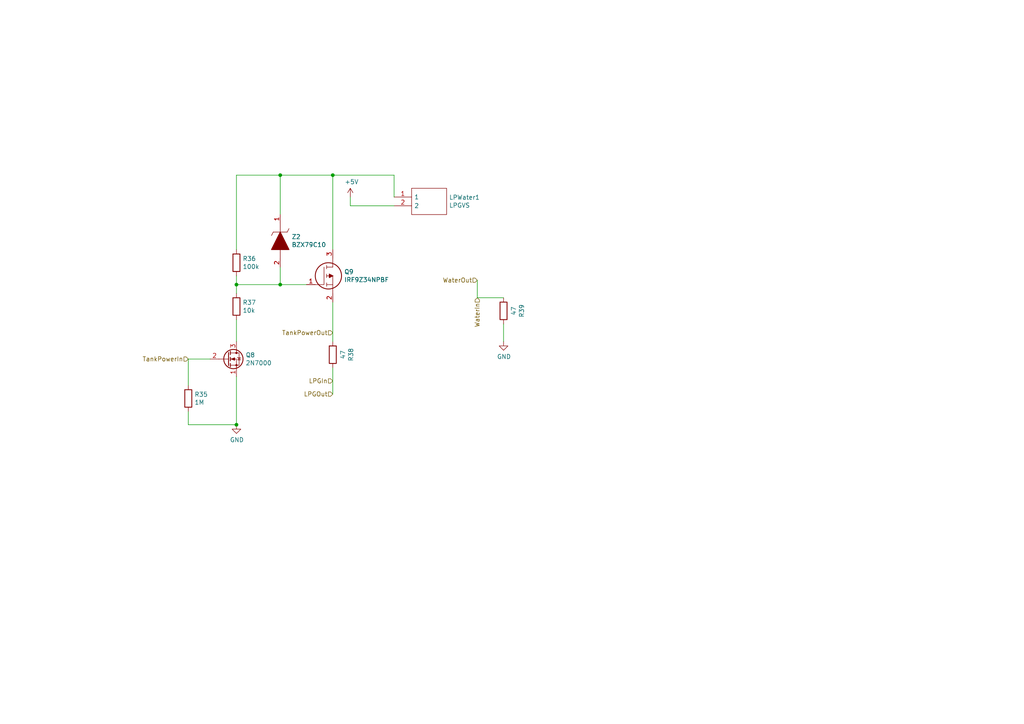
<source format=kicad_sch>
(kicad_sch (version 20231120) (generator "eeschema") (generator_version "8.0")
  (paper "A4")
  (lib_symbols
    (symbol "Device:R" (pin_numbers hide) (pin_names (offset 0))
      (property "Reference" "R" (at 2.032 0 90))
      (property "Value" "R" (at 0 0 90))
      (symbol "R_0_1"
        (rectangle (start -1.016 -2.54) (end 1.016 2.54) (stroke (width 0.254)))
      )
      (symbol "R_1_1"
        (pin passive line (at 0 3.81 270) (length 1.27) (name "~") (number "1"))
        (pin passive line (at 0 -3.81 90) (length 1.27) (name "~") (number "2"))
      )
    )
    (symbol "SamacSys_Parts:BK_HTC-15M" (pin_names (offset 0.762))
      (property "Reference" "U" (at 16.51 7.62 0))
      (property "Value" "SamacSys_Parts_BK_HTC-15M" (at 16.51 5.08 0))
      (symbol "BK_HTC-15M_0_0"
        (pin passive line (at 0 0 0) (length 5.08) (name "1") (number "1"))
        (pin passive line (at 0 -2.54 0) (length 5.08) (name "2") (number "2"))
      )
      (symbol "BK_HTC-15M_0_1"
        (polyline (pts (xy 5.08 2.54) (xy 15.24 2.54) (xy 15.24 -5.08) (xy 5.08 -5.08) (xy 5.08 2.54)) (stroke (width 0.1524)))
      )
    )
    (symbol "SamacSys_Parts:BZX79C10" (pin_names (offset 0.762))
      (property "Reference" "Z" (at 10.16 8.89 0))
      (property "Value" "SamacSys_Parts_BZX79C10" (at 10.16 6.35 0))
      (symbol "BZX79C10_0_0"
        (pin passive line (at 0 0 0) (length 2.54) (name "~") (number "1"))
        (pin passive line (at 15.24 0 180) (length 2.54) (name "~") (number "2"))
      )
      (symbol "BZX79C10_0_1"
        (polyline (pts (xy 2.54 0) (xy 5.08 0)) (stroke (width 0.1524)))
        (polyline (pts (xy 4.064 -2.54) (xy 5.08 -2.032)) (stroke (width 0.1524)))
        (polyline (pts (xy 5.08 2.032) (xy 5.08 -2.032)) (stroke (width 0.1524)))
        (polyline (pts (xy 5.08 2.032) (xy 6.096 2.54)) (stroke (width 0.1524)))
        (polyline (pts (xy 12.7 0) (xy 10.16 0)) (stroke (width 0.1524)))
        (polyline (pts (xy 5.08 0) (xy 10.16 2.54) (xy 10.16 -2.54) (xy 5.08 0)) (stroke (width 0.254)) (fill (type outline)))
      )
    )
    (symbol "SamacSys_Parts:IRF9Z34NPBF" (pin_names (offset 0.762))
      (property "Reference" "Q" (at 11.43 3.81 0))
      (property "Value" "SamacSys_Parts_IRF9Z34NPBF" (at 11.43 1.27 0))
      (symbol "IRF9Z34NPBF_0_0"
        (pin passive line (at 0 0 0) (length 2.54) (name "~") (number "1"))
        (pin passive line (at 7.62 -5.08 90) (length 2.54) (name "~") (number "2"))
        (pin passive line (at 7.62 10.16 270) (length 2.54) (name "~") (number "3"))
      )
      (symbol "IRF9Z34NPBF_0_1"
        (polyline (pts (xy 5.842 -0.508) (xy 5.842 0.508)) (stroke (width 0.1524)))
        (polyline (pts (xy 5.842 0) (xy 7.62 0)) (stroke (width 0.1524)))
        (polyline (pts (xy 5.842 2.032) (xy 5.842 3.048)) (stroke (width 0.1524)))
        (polyline (pts (xy 5.842 5.588) (xy 5.842 4.572)) (stroke (width 0.1524)))
        (polyline (pts (xy 7.62 2.54) (xy 5.842 2.54)) (stroke (width 0.1524)))
        (polyline (pts (xy 7.62 2.54) (xy 7.62 -2.54)) (stroke (width 0.1524)))
        (polyline (pts (xy 7.62 5.08) (xy 5.842 5.08)) (stroke (width 0.1524)))
        (polyline (pts (xy 7.62 5.08) (xy 7.62 7.62)) (stroke (width 0.1524)))
        (polyline (pts (xy 2.54 0) (xy 5.08 0) (xy 5.08 5.08)) (stroke (width 0.1524)))
        (polyline (pts (xy 7.62 2.54) (xy 6.604 3.048) (xy 6.604 2.032) (xy 7.62 2.54)) (stroke (width 0.254)) (fill (type outline)))
        (circle (center 6.35 2.54) (radius 3.81) (stroke (width 0.254)))
      )
    )
    (symbol "Transistor_FET:2N7000" (pin_names hide)
      (property "Reference" "Q" (at 5.08 1.905 0))
      (property "Value" "2N7000" (at 5.08 0 0))
      (symbol "2N7000_0_1"
        (polyline (pts (xy 0.254 0) (xy -2.54 0)))
        (polyline (pts (xy 0.254 1.905) (xy 0.254 -1.905)) (stroke (width 0.254)))
        (polyline (pts (xy 0.762 -1.27) (xy 0.762 -2.286)) (stroke (width 0.254)))
        (polyline (pts (xy 0.762 0.508) (xy 0.762 -0.508)) (stroke (width 0.254)))
        (polyline (pts (xy 0.762 2.286) (xy 0.762 1.27)) (stroke (width 0.254)))
        (polyline (pts (xy 2.54 2.54) (xy 2.54 1.778)))
        (polyline (pts (xy 2.54 -2.54) (xy 2.54 0) (xy 0.762 0)))
        (polyline (pts (xy 0.762 -1.778) (xy 3.302 -1.778) (xy 3.302 1.778) (xy 0.762 1.778)))
        (polyline (pts (xy 1.016 0) (xy 2.032 0.381) (xy 2.032 -0.381) (xy 1.016 0)) (fill (type outline)))
        (polyline (pts (xy 2.794 0.508) (xy 2.921 0.381) (xy 3.683 0.381) (xy 3.81 0.254)))
        (polyline (pts (xy 3.302 0.381) (xy 2.921 -0.254) (xy 3.683 -0.254) (xy 3.302 0.381)))
        (circle (center 1.651 0) (radius 2.794) (stroke (width 0.254)))
        (circle (center 2.54 -1.778) (radius 0.254) (fill (type outline)))
        (circle (center 2.54 1.778) (radius 0.254) (fill (type outline)))
      )
      (symbol "2N7000_1_1"
        (pin passive line (at 2.54 -5.08 90) (length 2.54) (name "S") (number "1"))
        (pin input line (at -5.08 0 0) (length 2.54) (name "G") (number "2"))
        (pin passive line (at 2.54 5.08 270) (length 2.54) (name "D") (number "3"))
      )
    )
    (symbol "power:+5V" (power) (pin_names (offset 0))
      (property "Value" "+5V" (at 0 3.556 0))
      (symbol "+5V_0_1"
        (polyline (pts (xy -0.762 1.27) (xy 0 2.54)))
        (polyline (pts (xy 0 0) (xy 0 2.54)))
        (polyline (pts (xy 0 2.54) (xy 0.762 1.27)))
      )
      (symbol "+5V_1_1"
        (pin power_in line (at 0 0 90) (length 0) hide (name "+5V") (number "1"))
      )
    )
    (symbol "power:GND" (power) (pin_names (offset 0))
      (property "Value" "GND" (at 0 -3.81 0))
      (symbol "GND_0_1"
        (polyline (pts (xy 0 0) (xy 0 -1.27) (xy 1.27 -1.27) (xy 0 -2.54) (xy -1.27 -1.27) (xy 0 -1.27)))
      )
      (symbol "GND_1_1"
        (pin power_in line (at 0 0 270) (length 0) hide (name "GND") (number "1"))
      )
    )
  )
  (junction (at 68.58 123.19))
  (junction (at 81.28 50.8))
  (junction (at 96.52 50.8))
  (junction (at 68.58 82.55))
  (junction (at 81.28 82.55))
  (wire (pts (xy 88.9 82.55) (xy 81.28 82.55)))
  (wire (pts (xy 138.43 81.28) (xy 138.43 86.36)))
  (wire (pts (xy 96.52 72.39) (xy 96.52 50.8)))
  (wire (pts (xy 68.58 109.22) (xy 68.58 123.19)))
  (wire (pts (xy 96.52 106.68) (xy 96.52 114.3)))
  (wire (pts (xy 54.61 119.38) (xy 54.61 123.19)))
  (wire (pts (xy 81.28 50.8) (xy 68.58 50.8)))
  (wire (pts (xy 96.52 50.8) (xy 81.28 50.8)))
  (wire (pts (xy 54.61 123.19) (xy 68.58 123.19)))
  (wire (pts (xy 101.6 57.15) (xy 101.6 59.69)))
  (wire (pts (xy 68.58 50.8) (xy 68.58 72.39)))
  (wire (pts (xy 81.28 82.55) (xy 68.58 82.55)))
  (wire (pts (xy 68.58 82.55) (xy 68.58 80.01)))
  (wire (pts (xy 96.52 87.63) (xy 96.52 99.06)))
  (wire (pts (xy 54.61 104.14) (xy 60.96 104.14)))
  (wire (pts (xy 114.3 50.8) (xy 114.3 57.15)))
  (wire (pts (xy 96.52 50.8) (xy 114.3 50.8)))
  (wire (pts (xy 146.05 93.98) (xy 146.05 99.06)))
  (wire (pts (xy 54.61 111.76) (xy 54.61 104.14)))
  (wire (pts (xy 68.58 85.09) (xy 68.58 82.55)))
  (wire (pts (xy 101.6 59.69) (xy 114.3 59.69)))
  (wire (pts (xy 81.28 62.23) (xy 81.28 50.8)))
  (wire (pts (xy 68.58 99.06) (xy 68.58 92.71)))
  (wire (pts (xy 81.28 77.47) (xy 81.28 82.55)))
  (wire (pts (xy 146.05 86.36) (xy 138.43 86.36)))
  (hierarchical_label "WaterIn" (shape input) (at 138.43 86.36 270))
  (hierarchical_label "TankPowerOut" (shape input) (at 96.52 96.52 180))
  (hierarchical_label "TankPowerIn" (shape input) (at 54.61 104.14 180))
  (hierarchical_label "WaterOut" (shape input) (at 138.43 81.28 180))
  (hierarchical_label "LPGOut" (shape input) (at 96.52 114.3 180))
  (hierarchical_label "LPGIn" (shape input) (at 96.52 110.49 180))
  (symbol (lib_id "power:+5V") (at 101.6 57.15 0) (unit 1)
    (property "Reference" "#PWR085" (effects (hide yes)))
    (property "Value" "+5V" (at 101.981 52.7558 0))
  )
  (symbol (lib_id "SamacSys_Parts:BK_HTC-15M") (at 114.3 57.15 0) (unit 1)
    (property "Reference" "LPWater1" (at 130.2512 57.2516 0) (effects (justify left)))
    (property "Value" "LPGVS" (at 130.2512 59.563 0) (effects (justify left)))
    (property "Footprint" "SamacSys_Parts:BK_HTC-15M" (effects (hide yes)))
    (property "Description" "Fuse Holder PCB FUSE BLOCK" (effects (hide yes)))
    (property "Mouser Part Number" "504-HTC-15M" (effects (hide yes)))
    (property "Mouser Price/Stock" "https://www.mouser.co.uk/ProductDetail/Bussmann-Eaton/BK-HTC-15M?qs=xYgILgh9YcIcij8kQUilpQ%3D%3D" (effects (hide yes)))
    (property "Manufacturer_Name" "Eaton" (effects (hide yes)))
    (property "Manufacturer_Part_Number" "BK/HTC-15M" (effects (hide yes)))
  )
  (symbol (lib_id "SamacSys_Parts:IRF9Z34NPBF") (at 88.9 82.55 0) (unit 1)
    (property "Reference" "Q9" (at 99.822 78.8416 0) (effects (justify left)))
    (property "Value" "IRF9Z34NPBF" (at 99.822 81.153 0) (effects (justify left)))
    (property "Footprint" "SamacSys_Parts:TO254P469X1042X1967-3P" (effects (hide yes)))
    (property "Datasheet" "https://www.infineon.com/dgdl/irf9z34npbf.pdf?fileId=5546d462533600a40153561220af1ddd" (effects (hide yes)))
    (property "Description" "MOSFET MOSFT PCh -55V -17A 100mOhm 23.3nC" (effects (hide yes)))
    (property "Height" "4.69" (effects (hide yes)))
    (property "Mouser Part Number" "942-IRF9Z34NPBF" (effects (hide yes)))
    (property "Mouser Price/Stock" "https://www.mouser.co.uk/ProductDetail/Infineon-IR/IRF9Z34NPBF?qs=9%252BKlkBgLFf16a%2FvlD%252BMCtQ%3D%3D" (effects (hide yes)))
    (property "Manufacturer_Name" "Infineon" (effects (hide yes)))
    (property "Manufacturer_Part_Number" "IRF9Z34NPBF" (effects (hide yes)))
  )
  (symbol (lib_id "Device:R") (at 54.61 115.57 0) (unit 1)
    (property "Reference" "R35" (at 56.388 114.4016 0) (effects (justify left)))
    (property "Value" "1M" (at 56.388 116.713 0) (effects (justify left)))
    (property "Footprint" "Resistor_SMD:R_1206_3216Metric_Pad1.30x1.75mm_HandSolder" (effects (hide yes)))
  )
  (symbol (lib_id "power:GND") (at 68.58 123.19 0) (unit 1)
    (property "Reference" "#PWR084" (effects (hide yes)))
    (property "Value" "GND" (at 68.707 127.5842 0))
  )
  (symbol (lib_id "Transistor_FET:2N7000") (at 66.04 104.14 0) (unit 1)
    (property "Reference" "Q8" (at 71.2216 102.9716 0) (effects (justify left)))
    (property "Value" "2N7000" (at 71.2216 105.283 0) (effects (justify left)))
    (property "Footprint" "Package_TO_SOT_THT:TO-92_Inline" (effects (hide yes)))
    (property "Datasheet" "https://www.onsemi.com/pub/Collateral/NDS7002A-D.PDF" (effects (hide yes)))
  )
  (symbol (lib_id "Device:R") (at 68.58 76.2 0) (unit 1)
    (property "Reference" "R36" (at 70.358 75.0316 0) (effects (justify left)))
    (property "Value" "100k" (at 70.358 77.343 0) (effects (justify left)))
    (property "Footprint" "Resistor_SMD:R_1206_3216Metric_Pad1.30x1.75mm_HandSolder" (effects (hide yes)))
  )
  (symbol (lib_id "Device:R") (at 68.58 88.9 0) (unit 1)
    (property "Reference" "R37" (at 70.358 87.7316 0) (effects (justify left)))
    (property "Value" "10k" (at 70.358 90.043 0) (effects (justify left)))
    (property "Footprint" "Resistor_SMD:R_1206_3216Metric_Pad1.30x1.75mm_HandSolder" (effects (hide yes)))
  )
  (symbol (lib_id "SamacSys_Parts:BZX79C10") (at 81.28 62.23 90) (mirror x) (unit 1)
    (property "Reference" "Z2" (at 84.582 68.6816 90) (effects (justify right)))
    (property "Value" "BZX79C10" (at 84.582 70.993 90) (effects (justify right)))
    (property "Footprint" "SamacSys_Parts:DIOAD1068W53L380D172" (effects (hide yes)))
    (property "Datasheet" "https://www.fairchildsemi.com/datasheets/BZ/BZX79C10.pdf" (effects (hide yes)))
    (property "Description" "BZX79C10, Zener Diode, 10V +/-5 500 mW 0.2A, 2-Pin DO-35" (effects (hide yes)))
    (property "Mouser Part Number" "512-BZX79C10" (effects (hide yes)))
    (property "Mouser Price/Stock" "https://www.mouser.co.uk/ProductDetail/ON-Semiconductor-Fairchild/BZX79C10?qs=FITO%2F%2FQgYDkGEXVpK3DyhQ%3D%3D" (effects (hide yes)))
    (property "Manufacturer_Name" "ON Semiconductor" (effects (hide yes)))
    (property "Manufacturer_Part_Number" "BZX79C10" (effects (hide yes)))
  )
  (symbol (lib_id "Device:R") (at 96.52 102.87 180) (unit 1)
    (property "Reference" "R38" (at 101.7778 102.87 90))
    (property "Value" "47" (at 99.4664 102.87 90))
    (property "Footprint" "Resistor_SMD:R_1206_3216Metric_Pad1.30x1.75mm_HandSolder" (effects (hide yes)))
  )
  (symbol (lib_id "Device:R") (at 146.05 90.17 180) (unit 1)
    (property "Reference" "R39" (at 151.3078 90.17 90))
    (property "Value" "47" (at 148.9964 90.17 90))
    (property "Footprint" "Resistor_SMD:R_1206_3216Metric_Pad1.30x1.75mm_HandSolder" (effects (hide yes)))
  )
  (symbol (lib_id "power:GND") (at 146.05 99.06 0) (unit 1)
    (property "Reference" "#PWR086" (effects (hide yes)))
    (property "Value" "GND" (at 146.177 103.4542 0))
  )
)
</source>
